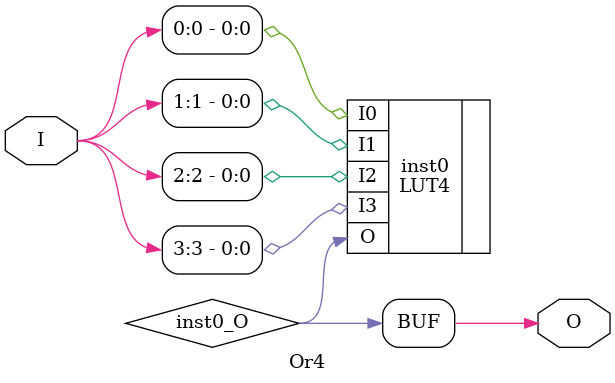
<source format=v>
module Or4 (input [3:0] I, output  O);
wire  inst0_O;
LUT4 #(.INIT(16'h0001)) inst0 (.I0(I[0]), .I1(I[1]), .I2(I[2]), .I3(I[3]), .O(inst0_O));
assign O = inst0_O;
endmodule


</source>
